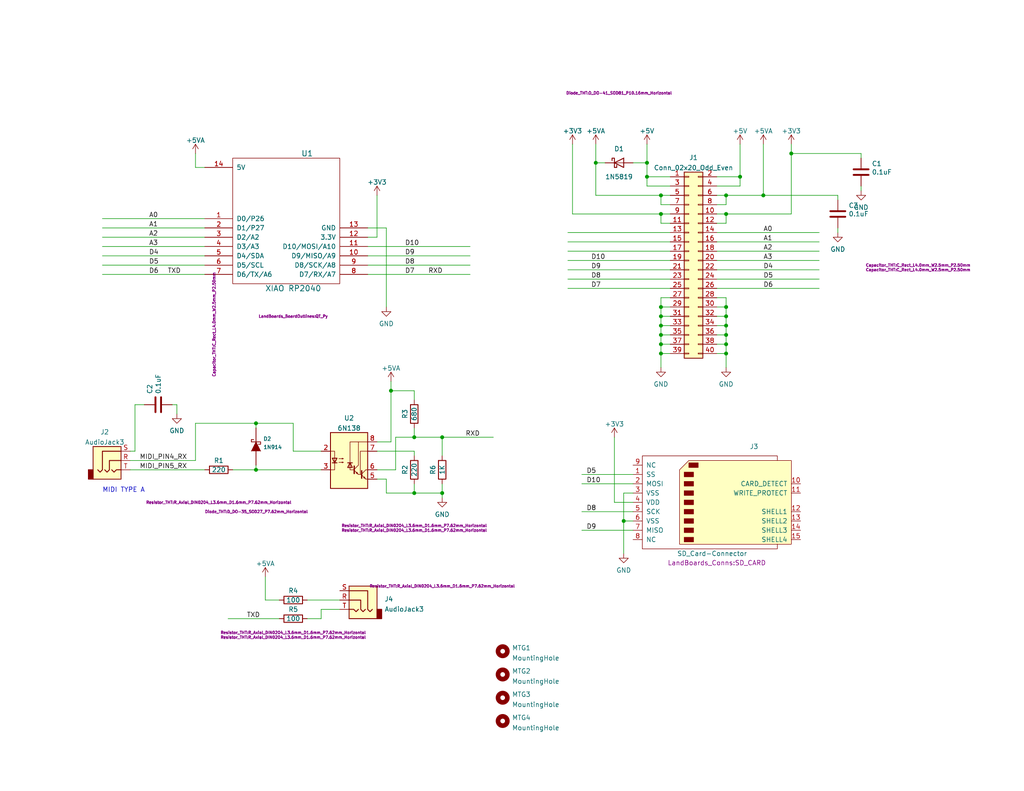
<source format=kicad_sch>
(kicad_sch (version 20211123) (generator eeschema)
  (paper "A")
  (title_block (title "XIAO RP2040 CPU") (date "2022-10-07") (rev "1"))
  (lib_symbols
    (symbol "Connector:AudioJack3"
      (property "Reference" "J" (at 0 8.89 0))
      (property "Value" "AudioJack3" (at 0 6.35 0))
      (symbol "AudioJack3_0_1"
        (rectangle (start -5.08 -5.08) (end -6.35 -2.54) (stroke (width 0.254)) (fill (type outline)))
        (polyline (pts (xy 0 -2.54) (xy 0.635 -3.175) (xy 1.27 -2.54) (xy 2.54 -2.54)) (stroke (width 0.254)))
        (polyline (pts (xy -1.905 -2.54) (xy -1.27 -3.175) (xy -0.635 -2.54) (xy -0.635 0) (xy 2.54 0)) (stroke (width 0.254)))
        (polyline (pts (xy 2.54 2.54) (xy -2.54 2.54) (xy -2.54 -2.54) (xy -3.175 -3.175) (xy -3.81 -2.54)) (stroke (width 0.254)))
        (rectangle (start 2.54 3.81) (end -5.08 -5.08) (stroke (width 0.254)) (fill (type background)))
      )
      (symbol "AudioJack3_1_1"
        (pin passive line (at 5.08 0 180) (length 2.54) (name "~") (number "R"))
        (pin passive line (at 5.08 2.54 180) (length 2.54) (name "~") (number "S"))
        (pin passive line (at 5.08 -2.54 180) (length 2.54) (name "~") (number "T"))
      )
    )
    (symbol "Connector_Generic:Conn_02x20_Odd_Even" (pin_names (offset 1.016) hide)
      (property "Reference" "J" (at 1.27 25.4 0))
      (property "Value" "Conn_02x20_Odd_Even" (at 1.27 -27.94 0))
      (symbol "Conn_02x20_Odd_Even_1_1"
        (rectangle (start -1.27 -25.273) (end 0 -25.527) (stroke (width 0.1524)))
        (rectangle (start -1.27 -22.733) (end 0 -22.987) (stroke (width 0.1524)))
        (rectangle (start -1.27 -20.193) (end 0 -20.447) (stroke (width 0.1524)))
        (rectangle (start -1.27 -17.653) (end 0 -17.907) (stroke (width 0.1524)))
        (rectangle (start -1.27 -15.113) (end 0 -15.367) (stroke (width 0.1524)))
        (rectangle (start -1.27 -12.573) (end 0 -12.827) (stroke (width 0.1524)))
        (rectangle (start -1.27 -10.033) (end 0 -10.287) (stroke (width 0.1524)))
        (rectangle (start -1.27 -7.493) (end 0 -7.747) (stroke (width 0.1524)))
        (rectangle (start -1.27 -4.953) (end 0 -5.207) (stroke (width 0.1524)))
        (rectangle (start -1.27 -2.413) (end 0 -2.667) (stroke (width 0.1524)))
        (rectangle (start -1.27 0.127) (end 0 -0.127) (stroke (width 0.1524)))
        (rectangle (start -1.27 2.667) (end 0 2.413) (stroke (width 0.1524)))
        (rectangle (start -1.27 5.207) (end 0 4.953) (stroke (width 0.1524)))
        (rectangle (start -1.27 7.747) (end 0 7.493) (stroke (width 0.1524)))
        (rectangle (start -1.27 10.287) (end 0 10.033) (stroke (width 0.1524)))
        (rectangle (start -1.27 12.827) (end 0 12.573) (stroke (width 0.1524)))
        (rectangle (start -1.27 15.367) (end 0 15.113) (stroke (width 0.1524)))
        (rectangle (start -1.27 17.907) (end 0 17.653) (stroke (width 0.1524)))
        (rectangle (start -1.27 20.447) (end 0 20.193) (stroke (width 0.1524)))
        (rectangle (start -1.27 22.987) (end 0 22.733) (stroke (width 0.1524)))
        (rectangle (start -1.27 24.13) (end 3.81 -26.67) (stroke (width 0.254)) (fill (type background)))
        (rectangle (start 3.81 -25.273) (end 2.54 -25.527) (stroke (width 0.1524)))
        (rectangle (start 3.81 -22.733) (end 2.54 -22.987) (stroke (width 0.1524)))
        (rectangle (start 3.81 -20.193) (end 2.54 -20.447) (stroke (width 0.1524)))
        (rectangle (start 3.81 -17.653) (end 2.54 -17.907) (stroke (width 0.1524)))
        (rectangle (start 3.81 -15.113) (end 2.54 -15.367) (stroke (width 0.1524)))
        (rectangle (start 3.81 -12.573) (end 2.54 -12.827) (stroke (width 0.1524)))
        (rectangle (start 3.81 -10.033) (end 2.54 -10.287) (stroke (width 0.1524)))
        (rectangle (start 3.81 -7.493) (end 2.54 -7.747) (stroke (width 0.1524)))
        (rectangle (start 3.81 -4.953) (end 2.54 -5.207) (stroke (width 0.1524)))
        (rectangle (start 3.81 -2.413) (end 2.54 -2.667) (stroke (width 0.1524)))
        (rectangle (start 3.81 0.127) (end 2.54 -0.127) (stroke (width 0.1524)))
        (rectangle (start 3.81 2.667) (end 2.54 2.413) (stroke (width 0.1524)))
        (rectangle (start 3.81 5.207) (end 2.54 4.953) (stroke (width 0.1524)))
        (rectangle (start 3.81 7.747) (end 2.54 7.493) (stroke (width 0.1524)))
        (rectangle (start 3.81 10.287) (end 2.54 10.033) (stroke (width 0.1524)))
        (rectangle (start 3.81 12.827) (end 2.54 12.573) (stroke (width 0.1524)))
        (rectangle (start 3.81 15.367) (end 2.54 15.113) (stroke (width 0.1524)))
        (rectangle (start 3.81 17.907) (end 2.54 17.653) (stroke (width 0.1524)))
        (rectangle (start 3.81 20.447) (end 2.54 20.193) (stroke (width 0.1524)))
        (rectangle (start 3.81 22.987) (end 2.54 22.733) (stroke (width 0.1524)))
        (pin passive line (at -5.08 22.86 0) (length 3.81) (name "Pin_1") (number "1"))
        (pin passive line (at 7.62 12.7 180) (length 3.81) (name "Pin_10") (number "10"))
        (pin passive line (at -5.08 10.16 0) (length 3.81) (name "Pin_11") (number "11"))
        (pin passive line (at 7.62 10.16 180) (length 3.81) (name "Pin_12") (number "12"))
        (pin passive line (at -5.08 7.62 0) (length 3.81) (name "Pin_13") (number "13"))
        (pin passive line (at 7.62 7.62 180) (length 3.81) (name "Pin_14") (number "14"))
        (pin passive line (at -5.08 5.08 0) (length 3.81) (name "Pin_15") (number "15"))
        (pin passive line (at 7.62 5.08 180) (length 3.81) (name "Pin_16") (number "16"))
        (pin passive line (at -5.08 2.54 0) (length 3.81) (name "Pin_17") (number "17"))
        (pin passive line (at 7.62 2.54 180) (length 3.81) (name "Pin_18") (number "18"))
        (pin passive line (at -5.08 0 0) (length 3.81) (name "Pin_19") (number "19"))
        (pin passive line (at 7.62 22.86 180) (length 3.81) (name "Pin_2") (number "2"))
        (pin passive line (at 7.62 0 180) (length 3.81) (name "Pin_20") (number "20"))
        (pin passive line (at -5.08 -2.54 0) (length 3.81) (name "Pin_21") (number "21"))
        (pin passive line (at 7.62 -2.54 180) (length 3.81) (name "Pin_22") (number "22"))
        (pin passive line (at -5.08 -5.08 0) (length 3.81) (name "Pin_23") (number "23"))
        (pin passive line (at 7.62 -5.08 180) (length 3.81) (name "Pin_24") (number "24"))
        (pin passive line (at -5.08 -7.62 0) (length 3.81) (name "Pin_25") (number "25"))
        (pin passive line (at 7.62 -7.62 180) (length 3.81) (name "Pin_26") (number "26"))
        (pin passive line (at -5.08 -10.16 0) (length 3.81) (name "Pin_27") (number "27"))
        (pin passive line (at 7.62 -10.16 180) (length 3.81) (name "Pin_28") (number "28"))
        (pin passive line (at -5.08 -12.7 0) (length 3.81) (name "Pin_29") (number "29"))
        (pin passive line (at -5.08 20.32 0) (length 3.81) (name "Pin_3") (number "3"))
        (pin passive line (at 7.62 -12.7 180) (length 3.81) (name "Pin_30") (number "30"))
        (pin passive line (at -5.08 -15.24 0) (length 3.81) (name "Pin_31") (number "31"))
        (pin passive line (at 7.62 -15.24 180) (length 3.81) (name "Pin_32") (number "32"))
        (pin passive line (at -5.08 -17.78 0) (length 3.81) (name "Pin_33") (number "33"))
        (pin passive line (at 7.62 -17.78 180) (length 3.81) (name "Pin_34") (number "34"))
        (pin passive line (at -5.08 -20.32 0) (length 3.81) (name "Pin_35") (number "35"))
        (pin passive line (at 7.62 -20.32 180) (length 3.81) (name "Pin_36") (number "36"))
        (pin passive line (at -5.08 -22.86 0) (length 3.81) (name "Pin_37") (number "37"))
        (pin passive line (at 7.62 -22.86 180) (length 3.81) (name "Pin_38") (number "38"))
        (pin passive line (at -5.08 -25.4 0) (length 3.81) (name "Pin_39") (number "39"))
        (pin passive line (at 7.62 20.32 180) (length 3.81) (name "Pin_4") (number "4"))
        (pin passive line (at 7.62 -25.4 180) (length 3.81) (name "Pin_40") (number "40"))
        (pin passive line (at -5.08 17.78 0) (length 3.81) (name "Pin_5") (number "5"))
        (pin passive line (at 7.62 17.78 180) (length 3.81) (name "Pin_6") (number "6"))
        (pin passive line (at -5.08 15.24 0) (length 3.81) (name "Pin_7") (number "7"))
        (pin passive line (at 7.62 15.24 180) (length 3.81) (name "Pin_8") (number "8"))
        (pin passive line (at -5.08 12.7 0) (length 3.81) (name "Pin_9") (number "9"))
      )
    )
    (symbol "Device:C" (pin_numbers hide) (pin_names (offset 0.254))
      (property "Reference" "C" (at 0.635 2.54 0))
      (property "Value" "C" (at 0.635 -2.54 0))
      (symbol "C_0_1"
        (polyline (pts (xy -2.032 -0.762) (xy 2.032 -0.762)) (stroke (width 0.508)))
        (polyline (pts (xy -2.032 0.762) (xy 2.032 0.762)) (stroke (width 0.508)))
      )
      (symbol "C_1_1"
        (pin passive line (at 0 3.81 270) (length 2.794) (name "~") (number "1"))
        (pin passive line (at 0 -3.81 90) (length 2.794) (name "~") (number "2"))
      )
    )
    (symbol "Device:D_Schottky" (pin_numbers hide) (pin_names (offset 1.016) hide)
      (property "Reference" "D" (at 0 2.54 0))
      (property "Value" "D_Schottky" (at 0 -2.54 0))
      (symbol "D_Schottky_0_1"
        (polyline (pts (xy 1.27 0) (xy -1.27 0)))
        (polyline (pts (xy 1.27 1.27) (xy 1.27 -1.27) (xy -1.27 0) (xy 1.27 1.27)) (stroke (width 0.254)))
        (polyline (pts (xy -1.905 0.635) (xy -1.905 1.27) (xy -1.27 1.27) (xy -1.27 -1.27) (xy -0.635 -1.27) (xy -0.635 -0.635)) (stroke (width 0.254)))
      )
      (symbol "D_Schottky_1_1"
        (pin passive line (at -3.81 0 0) (length 2.54) (name "K") (number "1"))
        (pin passive line (at 3.81 0 180) (length 2.54) (name "A") (number "2"))
      )
    )
    (symbol "Device:R" (pin_numbers hide) (pin_names (offset 0))
      (property "Reference" "R" (at 2.032 0 90))
      (property "Value" "R" (at 0 0 90))
      (symbol "R_0_1"
        (rectangle (start -1.016 -2.54) (end 1.016 2.54) (stroke (width 0.254)))
      )
      (symbol "R_1_1"
        (pin passive line (at 0 3.81 270) (length 1.27) (name "~") (number "1"))
        (pin passive line (at 0 -3.81 90) (length 1.27) (name "~") (number "2"))
      )
    )
    (symbol "Isolator:6N138" (pin_names (offset 1.016) hide)
      (property "Reference" "U" (at -4.064 8.89 0))
      (property "Value" "6N138" (at 2.286 8.89 0))
      (symbol "6N138_0_1"
        (rectangle (start -5.08 7.62) (end 5.08 -7.62) (stroke (width 0.254)) (fill (type background)))
        (polyline (pts (xy -4.572 -0.635) (xy -3.302 -0.635)) (stroke (width 0.254)))
        (polyline (pts (xy 0.889 -0.635) (xy -0.381 -0.635)) (stroke (width 0.254)))
        (polyline (pts (xy 1.397 -2.667) (xy 2.54 -3.81)))
        (polyline (pts (xy 1.397 -2.413) (xy 2.54 -1.27)))
        (polyline (pts (xy 2.54 -3.81) (xy 3.175 -3.81)))
        (polyline (pts (xy 3.429 -3.937) (xy 4.572 -5.08)))
        (polyline (pts (xy 3.429 -3.683) (xy 4.572 -2.54)))
        (polyline (pts (xy 4.572 -5.08) (xy 5.08 -5.08)))
        (polyline (pts (xy 4.572 -2.54) (xy 5.08 -2.54)))
        (polyline (pts (xy 1.397 -1.524) (xy 1.397 -3.556) (xy 1.397 -3.556)) (stroke (width 0.3556)))
        (polyline (pts (xy 2.54 -1.27) (xy 2.54 5.08) (xy 5.08 5.08)))
        (polyline (pts (xy 3.429 -2.794) (xy 3.429 -4.826) (xy 3.429 -4.826)) (stroke (width 0.3556)))
        (polyline (pts (xy 5.08 2.54) (xy 3.048 2.54) (xy 3.048 -3.81)))
        (polyline (pts (xy -5.08 -2.54) (xy -3.937 -2.54) (xy -3.937 2.54) (xy -5.08 2.54)))
        (polyline (pts (xy -3.937 -0.635) (xy -4.572 0.635) (xy -3.302 0.635) (xy -3.937 -0.635)) (stroke (width 0.254)))
        (polyline (pts (xy 0.254 -0.635) (xy 0.889 -1.905) (xy -0.381 -1.905) (xy 0.254 -0.635)) (stroke (width 0.254)))
        (polyline (pts (xy 1.27 -2.54) (xy 0.254 -2.54) (xy 0.254 5.08) (xy 2.54 5.08)))
        (polyline (pts (xy 2.413 -3.683) (xy 2.159 -3.175) (xy 1.905 -3.429) (xy 2.413 -3.683)))
        (polyline (pts (xy 4.445 -4.953) (xy 4.191 -4.445) (xy 3.937 -4.699) (xy 4.445 -4.953)))
        (polyline (pts (xy -2.794 -0.508) (xy -1.524 -0.508) (xy -1.905 -0.635) (xy -1.905 -0.381) (xy -1.524 -0.508)))
        (polyline (pts (xy -2.794 0.508) (xy -1.524 0.508) (xy -1.905 0.381) (xy -1.905 0.635) (xy -1.524 0.508)))
      )
      (symbol "6N138_1_1"
        (pin no_connect line (at -5.08 5.08 0) (length 2.54) hide (name "NC") (number "1"))
        (pin passive line (at -7.62 2.54 0) (length 2.54) (name "C1") (number "2"))
        (pin passive line (at -7.62 -2.54 0) (length 2.54) (name "C2") (number "3"))
        (pin no_connect line (at -5.08 -5.08 0) (length 2.54) hide (name "NC") (number "4"))
        (pin passive line (at 7.62 -5.08 180) (length 2.54) (name "GND") (number "5"))
        (pin passive line (at 7.62 -2.54 180) (length 2.54) (name "VO2") (number "6"))
        (pin passive line (at 7.62 2.54 180) (length 2.54) (name "VO1") (number "7"))
        (pin passive line (at 7.62 5.08 180) (length 2.54) (name "VCC") (number "8"))
      )
    )
    (symbol "LandBoards_Cards:QT_Py" (pin_names (offset 1.016))
      (property "Reference" "BRD" (at 0 25.4 0))
      (property "Value" "QT_Py" (at 0 -11.43 0))
      (symbol "QT_Py_0_0"
        (rectangle (start -15.24 24.13) (end 13.97 -10.16))
      )
      (symbol "QT_Py_1_1"
        (pin bidirectional line (at -22.86 7.62 0) (length 7.62) (name "D0/P26") (number "1"))
        (pin bidirectional line (at 21.59 -2.54 180) (length 7.62) (name "D9/MISO/A9") (number "10"))
        (pin bidirectional line (at 21.59 0 180) (length 7.62) (name "D10/MOSI/A10") (number "11"))
        (pin power_out line (at 21.59 2.54 180) (length 7.62) (name "3.3V") (number "12"))
        (pin power_in line (at 21.59 5.08 180) (length 7.62) (name "GND") (number "13"))
        (pin power_in line (at -22.86 21.59 0) (length 7.62) (name "5V") (number "14"))
        (pin bidirectional line (at -22.86 5.08 0) (length 7.62) (name "D1/P27") (number "2"))
        (pin bidirectional line (at -22.86 2.54 0) (length 7.62) (name "D2/A2") (number "3"))
        (pin bidirectional line (at -22.86 0 0) (length 7.62) (name "D3/A3") (number "4"))
        (pin bidirectional line (at -22.86 -2.54 0) (length 7.62) (name "D4/SDA") (number "5"))
        (pin bidirectional line (at -22.86 -5.08 0) (length 7.62) (name "D5/SCL") (number "6"))
        (pin bidirectional line (at -22.86 -7.62 0) (length 7.62) (name "D6/TX/A6") (number "7"))
        (pin bidirectional line (at 21.59 -7.62 180) (length 7.62) (name "D7/RX/A7") (number "8"))
        (pin bidirectional line (at 21.59 -5.08 180) (length 7.62) (name "D8/SCK/A8") (number "9"))
      )
    )
    (symbol "LandBoards_Conns:SD_Card-Connector" (pin_names (offset 1.016))
      (property "Reference" "J3" (at 0 13.97 0))
      (property "Value" "SD_Card-Connector" (at 0 -13.97 0))
      (property "Footprint" "LandBoards_Conns:SD_CARD" (at 0 -16.51 0))
      (symbol "SD_Card-Connector_0_1"
        (rectangle (start -8.89 -9.525) (end -6.35 -10.795) (fill (type outline)))
        (rectangle (start -8.89 -6.985) (end -6.35 -8.255) (fill (type outline)))
        (rectangle (start -8.89 -4.445) (end -6.35 -5.715) (fill (type outline)))
        (rectangle (start -8.89 -1.905) (end -6.35 -3.175) (fill (type outline)))
        (rectangle (start -8.89 0.635) (end -6.35 -0.635) (fill (type outline)))
        (rectangle (start -8.89 3.175) (end -6.35 1.905) (fill (type outline)))
        (rectangle (start -8.89 5.715) (end -6.35 4.445) (fill (type outline)))
        (rectangle (start -8.89 8.255) (end -6.35 6.985) (fill (type outline)))
        (rectangle (start -7.62 10.795) (end -5.08 9.525) (fill (type outline)))
        (polyline (pts (xy -10.16 8.89) (xy -7.62 11.43) (xy 20.32 11.43) (xy 20.32 -11.43) (xy -10.16 -11.43) (xy -10.16 8.89)) (fill (type background)))
        (polyline (pts (xy 16.51 11.43) (xy 16.51 12.7) (xy -20.32 12.7) (xy -20.32 -12.7) (xy 16.51 -12.7) (xy 16.51 -11.43)))
      )
      (symbol "SD_Card-Connector_1_1"
        (pin input line (at -22.86 7.62 0) (length 2.54) (name "SS") (number "1"))
        (pin input line (at 22.86 5.08 180) (length 2.54) (name "CARD_DETECT") (number "10"))
        (pin input line (at 22.86 2.54 180) (length 2.54) (name "WRITE_PROTECT") (number "11"))
        (pin input line (at 22.86 -2.54 180) (length 2.54) (name "SHELL1") (number "12"))
        (pin input line (at 22.86 -5.08 180) (length 2.54) (name "SHELL2") (number "13"))
        (pin input line (at 22.86 -7.62 180) (length 2.54) (name "SHELL3") (number "14"))
        (pin input line (at 22.86 -10.16 180) (length 2.54) (name "SHELL4") (number "15"))
        (pin input line (at -22.86 5.08 0) (length 2.54) (name "MOSI") (number "2"))
        (pin power_in line (at -22.86 2.54 0) (length 2.54) (name "VSS") (number "3"))
        (pin power_in line (at -22.86 0 0) (length 2.54) (name "VDD") (number "4"))
        (pin input line (at -22.86 -2.54 0) (length 2.54) (name "SCK") (number "5"))
        (pin power_in line (at -22.86 -5.08 0) (length 2.54) (name "VSS") (number "6"))
        (pin input line (at -22.86 -7.62 0) (length 2.54) (name "MISO") (number "7"))
        (pin input line (at -22.86 -10.16 0) (length 2.54) (name "NC") (number "8"))
        (pin input line (at -22.86 10.16 0) (length 2.54) (name "NC") (number "9"))
      )
    )
    (symbol "LandBoards_Semis:DIODESCH-fixed" (pin_numbers hide) (pin_names (offset 1.016) hide)
      (property "Reference" "D" (at 0 2.54 0))
      (property "Value" "DIODESCH-fixed" (at 0 -2.54 0))
      (symbol "DIODESCH-fixed_0_1"
        (polyline (pts (xy -1.27 1.27) (xy 1.27 0) (xy -1.27 -1.27)) (fill (type outline)))
        (polyline (pts (xy 1.905 0.635) (xy 1.905 1.27) (xy 1.27 1.27) (xy 1.27 -1.27) (xy 0.635 -1.27) (xy 0.635 -0.635)) (stroke (width 0.2032)))
      )
      (symbol "DIODESCH-fixed_1_1"
        (pin passive line (at 5.08 0 180) (length 3.81) (name "K") (number "1"))
        (pin passive line (at -5.08 0 0) (length 3.81) (name "A") (number "2"))
      )
    )
    (symbol "Mechanical:MountingHole" (pin_names (offset 1.016))
      (property "Reference" "H" (at 0 5.08 0))
      (property "Value" "MountingHole" (at 0 3.175 0))
      (symbol "MountingHole_0_1"
        (circle (center 0 0) (radius 1.27) (stroke (width 1.27)))
      )
    )
    (symbol "power:+3.3V" (power) (pin_names (offset 0))
      (property "Value" "+3.3V" (at 0 3.556 0))
      (symbol "+3.3V_0_1"
        (polyline (pts (xy -0.762 1.27) (xy 0 2.54)))
        (polyline (pts (xy 0 0) (xy 0 2.54)))
        (polyline (pts (xy 0 2.54) (xy 0.762 1.27)))
      )
      (symbol "+3.3V_1_1"
        (pin power_in line (at 0 0 90) (length 0) hide (name "+3V3") (number "1"))
      )
    )
    (symbol "power:+5V" (power) (pin_names (offset 0))
      (property "Value" "+5V" (at 0 3.556 0))
      (symbol "+5V_0_1"
        (polyline (pts (xy -0.762 1.27) (xy 0 2.54)))
        (polyline (pts (xy 0 0) (xy 0 2.54)))
        (polyline (pts (xy 0 2.54) (xy 0.762 1.27)))
      )
      (symbol "+5V_1_1"
        (pin power_in line (at 0 0 90) (length 0) hide (name "+5V") (number "1"))
      )
    )
    (symbol "power:+5VA" (power) (pin_names (offset 0))
      (property "Value" "+5VA" (at 0 3.556 0))
      (symbol "+5VA_0_1"
        (polyline (pts (xy -0.762 1.27) (xy 0 2.54)))
        (polyline (pts (xy 0 0) (xy 0 2.54)))
        (polyline (pts (xy 0 2.54) (xy 0.762 1.27)))
      )
      (symbol "+5VA_1_1"
        (pin power_in line (at 0 0 90) (length 0) hide (name "+5VA") (number "1"))
      )
    )
    (symbol "power:GND" (power) (pin_names (offset 0))
      (property "Value" "GND" (at 0 -3.81 0))
      (symbol "GND_0_1"
        (polyline (pts (xy 0 0) (xy 0 -1.27) (xy 1.27 -1.27) (xy 0 -2.54) (xy -1.27 -1.27) (xy 0 -1.27)))
      )
      (symbol "GND_1_1"
        (pin power_in line (at 0 0 270) (length 0) hide (name "GND") (number "1"))
      )
    )
  )
  (junction (at 198.12 93.98))
  (junction (at 198.12 83.82))
  (junction (at 198.12 53.34))
  (junction (at 180.34 88.9))
  (junction (at 162.56 44.45))
  (junction (at 170.18 142.24))
  (junction (at 198.12 96.52))
  (junction (at 180.34 86.36))
  (junction (at 180.34 58.42))
  (junction (at 120.65 119.38))
  (junction (at 198.12 86.36))
  (junction (at 180.34 91.44))
  (junction (at 208.28 53.34))
  (junction (at 113.03 119.38))
  (junction (at 69.85 115.57))
  (junction (at 198.12 88.9))
  (junction (at 201.93 48.26))
  (junction (at 176.53 44.45))
  (junction (at 180.34 93.98))
  (junction (at 180.34 53.34))
  (junction (at 176.53 48.26))
  (junction (at 120.65 134.62))
  (junction (at 106.68 106.68))
  (junction (at 215.9 41.91))
  (junction (at 180.34 83.82))
  (junction (at 113.03 134.62))
  (junction (at 69.85 128.27))
  (junction (at 180.34 96.52))
  (junction (at 198.12 58.42))
  (junction (at 198.12 91.44))
  (wire (pts (xy 53.34 125.73) (xy 35.56 125.73)))
  (wire (pts (xy 234.95 41.91) (xy 234.95 43.18)))
  (wire (pts (xy 107.95 119.38) (xy 113.03 119.38)))
  (wire (pts (xy 156.21 58.42) (xy 156.21 39.37)))
  (wire (pts (xy 113.03 106.68) (xy 113.03 109.22)))
  (wire (pts (xy 162.56 44.45) (xy 162.56 53.34)))
  (wire (pts (xy 53.34 41.91) (xy 53.34 45.72)))
  (wire (pts (xy 100.33 72.39) (xy 128.27 72.39)))
  (wire (pts (xy 172.72 44.45) (xy 176.53 44.45)))
  (wire (pts (xy 113.03 119.38) (xy 113.03 116.84)))
  (wire (pts (xy 176.53 39.37) (xy 176.53 44.45)))
  (wire (pts (xy 170.18 142.24) (xy 170.18 151.13)))
  (wire (pts (xy 180.34 96.52) (xy 182.88 96.52)))
  (wire (pts (xy 182.88 53.34) (xy 180.34 53.34)))
  (wire (pts (xy 105.41 62.23) (xy 100.33 62.23)))
  (wire (pts (xy 180.34 88.9) (xy 182.88 88.9)))
  (wire (pts (xy 106.68 104.14) (xy 106.68 106.68)))
  (wire (pts (xy 195.58 88.9) (xy 198.12 88.9)))
  (wire (pts (xy 195.58 60.96) (xy 198.12 60.96)))
  (wire (pts (xy 215.9 41.91) (xy 215.9 39.37)))
  (wire (pts (xy 46.99 110.49) (xy 48.26 110.49)))
  (wire (pts (xy 176.53 48.26) (xy 182.88 48.26)))
  (wire (pts (xy 53.34 45.72) (xy 55.88 45.72)))
  (wire (pts (xy 158.75 139.7) (xy 172.72 139.7)))
  (wire (pts (xy 195.58 53.34) (xy 198.12 53.34)))
  (wire (pts (xy 113.03 123.19) (xy 113.03 124.46)))
  (wire (pts (xy 102.87 120.65) (xy 106.68 120.65)))
  (wire (pts (xy 180.34 86.36) (xy 180.34 83.82)))
  (wire (pts (xy 195.58 83.82) (xy 198.12 83.82)))
  (wire (pts (xy 83.82 163.83) (xy 92.71 163.83)))
  (wire (pts (xy 182.88 58.42) (xy 180.34 58.42)))
  (wire (pts (xy 154.94 66.04) (xy 182.88 66.04)))
  (wire (pts (xy 215.9 41.91) (xy 234.95 41.91)))
  (wire (pts (xy 195.58 58.42) (xy 198.12 58.42)))
  (wire (pts (xy 69.85 128.27) (xy 87.63 128.27)))
  (wire (pts (xy 198.12 88.9) (xy 198.12 86.36)))
  (wire (pts (xy 69.85 127) (xy 69.85 128.27)))
  (wire (pts (xy 35.56 128.27) (xy 55.88 128.27)))
  (wire (pts (xy 180.34 93.98) (xy 180.34 91.44)))
  (wire (pts (xy 102.87 128.27) (xy 107.95 128.27)))
  (wire (pts (xy 80.01 123.19) (xy 80.01 115.57)))
  (wire (pts (xy 100.33 64.77) (xy 102.87 64.77)))
  (wire (pts (xy 198.12 60.96) (xy 198.12 58.42)))
  (wire (pts (xy 69.85 115.57) (xy 69.85 116.84)))
  (wire (pts (xy 180.34 58.42) (xy 156.21 58.42)))
  (wire (pts (xy 154.94 76.2) (xy 182.88 76.2)))
  (wire (pts (xy 176.53 44.45) (xy 176.53 48.26)))
  (wire (pts (xy 180.34 60.96) (xy 180.34 58.42)))
  (wire (pts (xy 27.94 64.77) (xy 55.88 64.77)))
  (wire (pts (xy 106.68 120.65) (xy 106.68 106.68)))
  (wire (pts (xy 201.93 39.37) (xy 201.93 48.26)))
  (wire (pts (xy 102.87 64.77) (xy 102.87 53.34)))
  (wire (pts (xy 158.75 144.78) (xy 172.72 144.78)))
  (wire (pts (xy 154.94 71.12) (xy 182.88 71.12)))
  (wire (pts (xy 36.83 123.19) (xy 36.83 110.49)))
  (wire (pts (xy 180.34 91.44) (xy 182.88 91.44)))
  (wire (pts (xy 208.28 53.34) (xy 228.6 53.34)))
  (wire (pts (xy 234.95 50.8) (xy 234.95 52.07)))
  (wire (pts (xy 198.12 100.33) (xy 198.12 96.52)))
  (wire (pts (xy 48.26 110.49) (xy 48.26 113.03)))
  (wire (pts (xy 87.63 166.37) (xy 92.71 166.37)))
  (wire (pts (xy 80.01 115.57) (xy 69.85 115.57)))
  (wire (pts (xy 27.94 59.69) (xy 55.88 59.69)))
  (wire (pts (xy 35.56 123.19) (xy 36.83 123.19)))
  (wire (pts (xy 195.58 50.8) (xy 201.93 50.8)))
  (wire (pts (xy 198.12 96.52) (xy 195.58 96.52)))
  (wire (pts (xy 102.87 130.81) (xy 105.41 130.81)))
  (wire (pts (xy 198.12 53.34) (xy 208.28 53.34)))
  (wire (pts (xy 162.56 39.37) (xy 162.56 44.45)))
  (wire (pts (xy 182.88 50.8) (xy 176.53 50.8)))
  (wire (pts (xy 182.88 60.96) (xy 180.34 60.96)))
  (wire (pts (xy 201.93 48.26) (xy 201.93 50.8)))
  (wire (pts (xy 198.12 86.36) (xy 198.12 83.82)))
  (wire (pts (xy 198.12 83.82) (xy 198.12 81.28)))
  (wire (pts (xy 180.34 96.52) (xy 180.34 93.98)))
  (wire (pts (xy 72.39 157.48) (xy 72.39 163.83)))
  (wire (pts (xy 120.65 134.62) (xy 120.65 135.89)))
  (wire (pts (xy 195.58 66.04) (xy 223.52 66.04)))
  (wire (pts (xy 167.64 119.38) (xy 167.64 137.16)))
  (wire (pts (xy 27.94 74.93) (xy 55.88 74.93)))
  (wire (pts (xy 195.58 76.2) (xy 223.52 76.2)))
  (wire (pts (xy 215.9 58.42) (xy 215.9 41.91)))
  (wire (pts (xy 208.28 39.37) (xy 208.28 53.34)))
  (wire (pts (xy 113.03 119.38) (xy 120.65 119.38)))
  (wire (pts (xy 158.75 129.54) (xy 172.72 129.54)))
  (wire (pts (xy 198.12 55.88) (xy 198.12 53.34)))
  (wire (pts (xy 53.34 125.73) (xy 53.34 115.57)))
  (wire (pts (xy 198.12 81.28) (xy 195.58 81.28)))
  (wire (pts (xy 198.12 91.44) (xy 195.58 91.44)))
  (wire (pts (xy 113.03 134.62) (xy 120.65 134.62)))
  (wire (pts (xy 154.94 68.58) (xy 182.88 68.58)))
  (wire (pts (xy 120.65 134.62) (xy 120.65 132.08)))
  (wire (pts (xy 180.34 53.34) (xy 162.56 53.34)))
  (wire (pts (xy 62.23 168.91) (xy 76.2 168.91)))
  (wire (pts (xy 83.82 168.91) (xy 87.63 168.91)))
  (wire (pts (xy 154.94 78.74) (xy 182.88 78.74)))
  (wire (pts (xy 113.03 134.62) (xy 113.03 132.08)))
  (wire (pts (xy 195.58 71.12) (xy 223.52 71.12)))
  (wire (pts (xy 195.58 48.26) (xy 201.93 48.26)))
  (wire (pts (xy 180.34 88.9) (xy 180.34 86.36)))
  (wire (pts (xy 120.65 119.38) (xy 120.65 124.46)))
  (wire (pts (xy 105.41 130.81) (xy 105.41 134.62)))
  (wire (pts (xy 180.34 53.34) (xy 180.34 55.88)))
  (wire (pts (xy 27.94 67.31) (xy 55.88 67.31)))
  (wire (pts (xy 195.58 63.5) (xy 223.52 63.5)))
  (wire (pts (xy 198.12 93.98) (xy 198.12 91.44)))
  (wire (pts (xy 180.34 83.82) (xy 182.88 83.82)))
  (wire (pts (xy 107.95 128.27) (xy 107.95 119.38)))
  (wire (pts (xy 27.94 69.85) (xy 55.88 69.85)))
  (wire (pts (xy 180.34 96.52) (xy 180.34 100.33)))
  (wire (pts (xy 195.58 68.58) (xy 223.52 68.58)))
  (wire (pts (xy 63.5 128.27) (xy 69.85 128.27)))
  (wire (pts (xy 170.18 134.62) (xy 170.18 142.24)))
  (wire (pts (xy 87.63 168.91) (xy 87.63 166.37)))
  (wire (pts (xy 100.33 69.85) (xy 128.27 69.85)))
  (wire (pts (xy 180.34 93.98) (xy 182.88 93.98)))
  (wire (pts (xy 228.6 62.23) (xy 228.6 63.5)))
  (wire (pts (xy 106.68 106.68) (xy 113.03 106.68)))
  (wire (pts (xy 172.72 137.16) (xy 167.64 137.16)))
  (wire (pts (xy 195.58 73.66) (xy 223.52 73.66)))
  (wire (pts (xy 180.34 86.36) (xy 182.88 86.36)))
  (wire (pts (xy 180.34 81.28) (xy 182.88 81.28)))
  (wire (pts (xy 170.18 142.24) (xy 172.72 142.24)))
  (wire (pts (xy 53.34 115.57) (xy 69.85 115.57)))
  (wire (pts (xy 180.34 83.82) (xy 180.34 81.28)))
  (wire (pts (xy 195.58 93.98) (xy 198.12 93.98)))
  (wire (pts (xy 120.65 119.38) (xy 134.62 119.38)))
  (wire (pts (xy 158.75 132.08) (xy 172.72 132.08)))
  (wire (pts (xy 154.94 63.5) (xy 182.88 63.5)))
  (wire (pts (xy 162.56 44.45) (xy 165.1 44.45)))
  (wire (pts (xy 27.94 72.39) (xy 55.88 72.39)))
  (wire (pts (xy 105.41 62.23) (xy 105.41 83.82)))
  (wire (pts (xy 100.33 74.93) (xy 128.27 74.93)))
  (wire (pts (xy 100.33 67.31) (xy 128.27 67.31)))
  (wire (pts (xy 72.39 163.83) (xy 76.2 163.83)))
  (wire (pts (xy 105.41 134.62) (xy 113.03 134.62)))
  (wire (pts (xy 176.53 48.26) (xy 176.53 50.8)))
  (wire (pts (xy 182.88 55.88) (xy 180.34 55.88)))
  (wire (pts (xy 195.58 55.88) (xy 198.12 55.88)))
  (wire (pts (xy 198.12 91.44) (xy 198.12 88.9)))
  (wire (pts (xy 228.6 53.34) (xy 228.6 54.61)))
  (wire (pts (xy 198.12 96.52) (xy 198.12 93.98)))
  (wire (pts (xy 27.94 62.23) (xy 55.88 62.23)))
  (wire (pts (xy 195.58 86.36) (xy 198.12 86.36)))
  (wire (pts (xy 172.72 134.62) (xy 170.18 134.62)))
  (wire (pts (xy 87.63 123.19) (xy 80.01 123.19)))
  (wire (pts (xy 154.94 73.66) (xy 182.88 73.66)))
  (wire (pts (xy 195.58 78.74) (xy 223.52 78.74)))
  (wire (pts (xy 180.34 91.44) (xy 180.34 88.9)))
  (wire (pts (xy 102.87 123.19) (xy 113.03 123.19)))
  (wire (pts (xy 198.12 58.42) (xy 215.9 58.42)))
  (wire (pts (xy 36.83 110.49) (xy 39.37 110.49)))
  (text "MIDI TYPE A" (at 27.94 134.62 0) (effects (font (size 1.27 1.27)) (justify left bottom)))
  (label "D9" (at 160.02 144.78 0))
  (label "A1" (at 40.64 62.23 0))
  (label "D7" (at 110.49 74.93 0))
  (label "D8" (at 161.29 76.2 0))
  (label "D5" (at 208.28 76.2 0))
  (label "MIDI_PIN4_RX" (at 38.1 125.73 0))
  (label "D7" (at 161.29 78.74 0))
  (label "A2" (at 40.64 64.77 0))
  (label "D10" (at 110.49 67.31 0))
  (label "A3" (at 40.64 67.31 0))
  (label "D8" (at 110.49 72.39 0))
  (label "D10" (at 160.02 132.08 0))
  (label "A2" (at 208.28 68.58 0))
  (label "D4" (at 208.28 73.66 0))
  (label "D5" (at 160.02 129.54 0))
  (label "D10" (at 161.29 71.12 0))
  (label "D9" (at 110.49 69.85 0))
  (label "D5" (at 40.64 72.39 0))
  (label "MIDI_PIN5_RX" (at 38.1 128.27 0))
  (label "TXD" (at 67.31 168.91 0))
  (label "A0" (at 40.64 59.69 0))
  (label "RXD" (at 127 119.38 0))
  (label "D4" (at 40.64 69.85 0))
  (label "D6" (at 40.64 74.93 0))
  (label "A1" (at 208.28 66.04 0))
  (label "A0" (at 208.28 63.5 0))
  (label "RXD" (at 116.84 74.93 0))
  (label "D9" (at 161.29 73.66 0))
  (label "D6" (at 208.28 78.74 0))
  (label "TXD" (at 45.72 74.93 0))
  (label "A3" (at 208.28 71.12 0))
  (label "D8" (at 160.02 139.7 0))
  (symbol (lib_id "power:GND") (at 198.12 100.33 0) (unit 1)
    (property "Reference" "#PWR0102" (effects hide))
    (property "Value" "GND" (at 198.12 104.8925 0))
  )
  (symbol (lib_id "power:+5VA") (at 72.39 157.48 0) (unit 1)
    (property "Reference" "#PWR0118" (effects hide))
    (property "Value" "+5VA" (at 72.39 153.8755 0))
  )
  (symbol (lib_id "Connector:AudioJack3") (at 30.48 125.73 0) (unit 1)
    (property "Reference" "J2" (at 28.575 117.9535 0))
    (property "Value" "AudioJack3" (at 28.575 120.7286 0))
    (property "Footprint" "LandBoards_Conns:Jack_3.5mm_CUI_SJ1-3523N_Horizontal" (effects hide))
  )
  (symbol (lib_id "power:+5V") (at 201.93 39.37 0) (unit 1)
    (property "Reference" "#PWR0105" (effects hide))
    (property "Value" "+5V" (at 201.93 35.7655 0))
  )
  (symbol (lib_id "power:+3.3V") (at 167.64 119.38 0) (unit 1)
    (property "Reference" "#PWR0107" (effects hide))
    (property "Value" "+3.3V" (at 167.64 115.7755 0))
  )
  (symbol (lib_id "power:+5VA") (at 162.56 39.37 0) (unit 1)
    (property "Reference" "#PWR0117" (effects hide))
    (property "Value" "+5VA" (at 162.56 35.7655 0))
  )
  (symbol (lib_id "power:+3.3V") (at 156.21 39.37 0) (unit 1)
    (property "Reference" "#PWR0116" (effects hide))
    (property "Value" "+3.3V" (at 156.21 35.7655 0))
  )
  (symbol (lib_id "Device:R") (at 80.01 168.91 270) (unit 1)
    (property "Reference" "R5" (at 80.01 166.37 90))
    (property "Value" "100" (at 80.01 168.91 90))
    (property "Footprint" "Resistor_THT:R_Axial_DIN0204_L3.6mm_D1.6mm_P7.62mm_Horizontal" (at 80.01 173.99 90) (effects (font (size 0.762 0.762))))
    (property "Datasheet" "https://www.mouser.com/ProductDetail/Xicon/299-33K-RC?qs=33VvRrBYlfL73DHymUL5Hg%3D%3D" (effects hide))
  )
  (symbol (lib_id "power:+5VA") (at 53.34 41.91 0) (unit 1)
    (property "Reference" "#PWR0106" (effects hide))
    (property "Value" "+5VA" (at 53.34 38.3055 0))
  )
  (symbol (lib_id "Device:R") (at 113.03 128.27 0) (unit 1)
    (property "Reference" "R2" (at 110.49 128.27 90))
    (property "Value" "220" (at 113.03 128.27 90))
    (property "Footprint" "Resistor_THT:R_Axial_DIN0204_L3.6mm_D1.6mm_P7.62mm_Horizontal" (at 113.03 143.51 0) (effects (font (size 0.762 0.762))))
    (property "Datasheet" "https://www.mouser.com/ProductDetail/Xicon/299-33K-RC?qs=33VvRrBYlfL73DHymUL5Hg%3D%3D" (effects hide))
  )
  (symbol (lib_id "power:+3.3V") (at 102.87 53.34 0) (unit 1)
    (property "Reference" "#PWR0109" (effects hide))
    (property "Value" "+3.3V" (at 102.87 49.7355 0))
  )
  (symbol (lib_id "Connector_Generic:Conn_02x20_Odd_Even") (at 187.96 71.12 0) (unit 1)
    (property "Reference" "J1" (at 189.23 43.0235 0))
    (property "Value" "Conn_02x20_Odd_Even" (at 189.23 45.7986 0))
    (property "Footprint" "Connector_PinHeader_2.54mm:PinHeader_2x20_P2.54mm_Vertical" (effects hide))
  )
  (symbol (lib_id "power:+5V") (at 176.53 39.37 0) (unit 1)
    (property "Reference" "#PWR0104" (effects hide))
    (property "Value" "+5V" (at 176.53 35.7655 0))
  )
  (symbol (lib_id "power:GND") (at 170.18 151.13 0) (unit 1)
    (property "Reference" "#PWR0108" (effects hide))
    (property "Value" "GND" (at 170.18 155.6925 0))
  )
  (symbol (lib_id "Device:C") (at 43.18 110.49 90) (unit 1)
    (property "Reference" "C2" (at 40.8686 107.569 0) (effects (justify left)))
    (property "Value" "0.1uF" (at 43.18 107.569 0) (effects (justify left)))
    (property "Footprint" "Capacitor_THT:C_Rect_L4.0mm_W2.5mm_P2.50mm" (at 58.42 102.87 0) (effects (font (size 0.762 0.762)) (justify left)))
    (property "Datasheet" "https://www.mouser.com/ProductDetail/594-K103K10X7RF53L2" (effects hide))
  )
  (symbol (lib_id "Mechanical:MountingHole") (at 137.16 190.5 0) (unit 1)
    (property "Reference" "MTG3" (at 139.7 189.5915 0) (effects (justify left)))
    (property "Value" "MountingHole" (at 139.7 192.3666 0) (effects (justify left)))
    (property "Footprint" "LandBoards_MountHoles:MTG-4-40" (effects hide))
  )
  (symbol (lib_id "Mechanical:MountingHole") (at 137.16 184.15 0) (unit 1)
    (property "Reference" "MTG2" (at 139.7 183.2415 0) (effects (justify left)))
    (property "Value" "MountingHole" (at 139.7 186.0166 0) (effects (justify left)))
    (property "Footprint" "LandBoards_MountHoles:MTG-4-40" (effects hide))
  )
  (symbol (lib_id "Device:R") (at 59.69 128.27 270) (unit 1)
    (property "Reference" "R1" (at 59.69 125.73 90))
    (property "Value" "220" (at 59.69 128.27 90))
    (property "Footprint" "Resistor_THT:R_Axial_DIN0204_L3.6mm_D1.6mm_P7.62mm_Horizontal" (at 59.69 137.16 90) (effects (font (size 0.762 0.762))))
    (property "Datasheet" "https://www.mouser.com/ProductDetail/Xicon/299-33K-RC?qs=33VvRrBYlfL73DHymUL5Hg%3D%3D" (effects hide))
  )
  (symbol (lib_id "Device:R") (at 80.01 163.83 270) (unit 1)
    (property "Reference" "R4" (at 80.01 161.29 90))
    (property "Value" "100" (at 80.01 163.83 90))
    (property "Footprint" "Resistor_THT:R_Axial_DIN0204_L3.6mm_D1.6mm_P7.62mm_Horizontal" (at 80.01 172.72 90) (effects (font (size 0.762 0.762))))
    (property "Datasheet" "https://www.mouser.com/ProductDetail/Xicon/299-33K-RC?qs=33VvRrBYlfL73DHymUL5Hg%3D%3D" (effects hide))
  )
  (symbol (lib_id "power:+3.3V") (at 215.9 39.37 0) (unit 1)
    (property "Reference" "#PWR0112" (effects hide))
    (property "Value" "+3.3V" (at 215.9 35.7655 0))
  )
  (symbol (lib_id "power:GND") (at 228.6 63.5 0) (unit 1)
    (property "Reference" "#PWR0110" (effects hide))
    (property "Value" "GND" (at 228.6 68.0625 0))
  )
  (symbol (lib_id "LandBoards_Conns:SD_Card-Connector") (at 195.58 137.16 0) (unit 1)
    (property "Reference" "J3" (at 205.74 121.92 0))
    (property "Value" "SD_Card-Connector" (at 194.31 151.13 0))
    (property "Footprint" "LandBoards_Conns:SD_CARD" (at 195.58 153.67 0))
    (property "Datasheet" "http://portal.fciconnect.com/Comergent//fci/drawing/10067847.pdf" (effects hide))
  )
  (symbol (lib_id "Isolator:6N138") (at 95.25 125.73 0) (unit 1)
    (property "Reference" "U2" (at 95.25 114.1435 0))
    (property "Value" "6N138" (at 95.25 116.9186 0))
    (property "Footprint" "Package_DIP:DIP-8_W7.62mm_Socket_LongPads" (effects hide))
    (property "Datasheet" "http://www.onsemi.com/pub/Collateral/HCPL2731-D.pdf" (effects hide))
  )
  (symbol (lib_id "power:GND") (at 105.41 83.82 0) (unit 1)
    (property "Reference" "#PWR0103" (effects hide))
    (property "Value" "GND" (at 105.41 88.3825 0))
  )
  (symbol (lib_id "Device:R") (at 120.65 128.27 0) (unit 1)
    (property "Reference" "R6" (at 118.11 128.27 90))
    (property "Value" "1K" (at 120.65 128.27 90))
    (property "Footprint" "Resistor_THT:R_Axial_DIN0204_L3.6mm_D1.6mm_P7.62mm_Horizontal" (at 120.65 160.02 0) (effects (font (size 0.762 0.762))))
    (property "Datasheet" "https://www.mouser.com/ProductDetail/Xicon/299-33K-RC?qs=33VvRrBYlfL73DHymUL5Hg%3D%3D" (effects hide))
  )
  (symbol (lib_id "power:+5VA") (at 208.28 39.37 0) (unit 1)
    (property "Reference" "#PWR0111" (effects hide))
    (property "Value" "+5VA" (at 208.28 35.7655 0))
  )
  (symbol (lib_id "power:GND") (at 180.34 100.33 0) (unit 1)
    (property "Reference" "#PWR0101" (effects hide))
    (property "Value" "GND" (at 180.34 104.8925 0))
  )
  (symbol (lib_id "Mechanical:MountingHole") (at 137.16 196.85 0) (unit 1)
    (property "Reference" "MTG4" (at 139.7 195.9415 0) (effects (justify left)))
    (property "Value" "MountingHole" (at 139.7 198.7166 0) (effects (justify left)))
    (property "Footprint" "LandBoards_MountHoles:MTG-4-40" (effects hide))
  )
  (symbol (lib_id "Device:R") (at 113.03 113.03 0) (unit 1)
    (property "Reference" "R3" (at 110.49 113.03 90))
    (property "Value" "680" (at 113.03 113.03 90))
    (property "Footprint" "Resistor_THT:R_Axial_DIN0204_L3.6mm_D1.6mm_P7.62mm_Horizontal" (at 113.03 144.78 0) (effects (font (size 0.762 0.762))))
    (property "Datasheet" "https://www.mouser.com/ProductDetail/Xicon/299-33K-RC?qs=33VvRrBYlfL73DHymUL5Hg%3D%3D" (effects hide))
  )
  (symbol (lib_id "power:GND") (at 48.26 113.03 0) (unit 1)
    (property "Reference" "#PWR0119" (effects hide))
    (property "Value" "GND" (at 48.26 117.5925 0))
  )
  (symbol (lib_id "LandBoards_Semis:DIODESCH-fixed") (at 69.85 121.92 90) (unit 1)
    (property "Reference" "D2" (at 71.8566 119.8204 90) (effects (font (size 1.016 1.016)) (justify right)))
    (property "Value" "1N914" (at 71.8566 122.0912 90) (effects (font (size 1.016 1.016)) (justify right)))
    (property "Footprint" "Diode_THT:D_DO-35_SOD27_P7.62mm_Horizontal" (at 55.88 139.7 90) (effects (font (size 0.762 0.762)) (justify right)))
  )
  (symbol (lib_id "power:GND") (at 120.65 135.89 0) (unit 1)
    (property "Reference" "#PWR0114" (effects hide))
    (property "Value" "GND" (at 120.65 140.4525 0))
  )
  (symbol (lib_id "Device:D_Schottky") (at 168.91 44.45 0) (unit 1)
    (property "Reference" "D1" (at 168.91 40.64 0))
    (property "Value" "1N5819" (at 168.91 48.26 0))
    (property "Footprint" "Diode_THT:D_DO-41_SOD81_P10.16mm_Horizontal" (at 168.91 25.4 0) (effects (font (size 0.762 0.762))))
  )
  (symbol (lib_id "power:+5VA") (at 106.68 104.14 0) (unit 1)
    (property "Reference" "#PWR0113" (effects hide))
    (property "Value" "+5VA" (at 106.68 100.5355 0))
  )
  (symbol (lib_id "Mechanical:MountingHole") (at 137.16 177.8 0) (unit 1)
    (property "Reference" "MTG1" (at 139.7 176.8915 0) (effects (justify left)))
    (property "Value" "MountingHole" (at 139.7 179.6666 0) (effects (justify left)))
    (property "Footprint" "LandBoards_MountHoles:MTG-4-40" (effects hide))
  )
  (symbol (lib_id "LandBoards_Cards:QT_Py") (at 78.74 67.31 0) (unit 1)
    (property "Reference" "U1" (at 83.82 41.91 0) (effects (font (size 1.524 1.524))))
    (property "Value" "XIAO RP2040" (at 80.01 78.74 0) (effects (font (size 1.524 1.524))))
    (property "Footprint" "LandBoards_BoardOutlines:QT_Py" (at 80.01 86.36 0) (effects (font (size 0.762 0.762))))
  )
  (symbol (lib_id "power:GND") (at 234.95 52.07 0) (unit 1)
    (property "Reference" "#PWR0115" (effects hide))
    (property "Value" "GND" (at 234.95 56.6325 0))
  )
  (symbol (lib_id "Device:C") (at 228.6 58.42 0) (unit 1)
    (property "Reference" "C3" (at 231.521 56.1086 0) (effects (justify left)))
    (property "Value" "0.1uF" (at 231.521 58.42 0) (effects (justify left)))
    (property "Footprint" "Capacitor_THT:C_Rect_L4.0mm_W2.5mm_P2.50mm" (at 236.22 73.66 0) (effects (font (size 0.762 0.762)) (justify left)))
    (property "Datasheet" "https://www.mouser.com/ProductDetail/594-K103K10X7RF53L2" (effects hide))
  )
  (symbol (lib_id "Connector:AudioJack3") (at 97.79 163.83 0) (mirror y) (unit 1)
    (property "Reference" "J4" (at 104.902 163.5565 0) (effects (justify right)))
    (property "Value" "AudioJack3" (at 104.902 166.3316 0) (effects (justify right)))
    (property "Footprint" "LandBoards_Conns:Jack_3.5mm_CUI_SJ1-3523N_Horizontal" (effects hide))
  )
  (symbol (lib_id "Device:C") (at 234.95 46.99 0) (unit 1)
    (property "Reference" "C1" (at 237.871 44.6786 0) (effects (justify left)))
    (property "Value" "0.1uF" (at 237.871 46.99 0) (effects (justify left)))
    (property "Footprint" "Capacitor_THT:C_Rect_L4.0mm_W2.5mm_P2.50mm" (at 236.22 72.39 0) (effects (font (size 0.762 0.762)) (justify left)))
    (property "Datasheet" "https://www.mouser.com/ProductDetail/594-K103K10X7RF53L2" (effects hide))
  )
)
</source>
